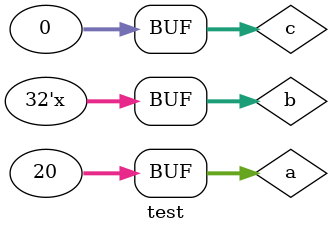
<source format=v>
module test;
integer a,b,c,d;
initial begin
 	a=100;
 	b=200;
 	c<=0;
 	a<=10;
 	b<=20;
 	a<=b; 	
 	b=50;
 	
 	end
 	
 
 initial begin
 #0
 b<=a;
 a<=b;

 a=20;
 
 end
 
 initial $strobe("sim=%0t   ::   a=%0d   b=%0d  c=%0d  d=%0d",$time,a,b,c,d);

 endmodule


// case 2

/*
module test;
integer a,b,c,d;

initial begin
 b<=a;
 a<=b;
 a<=100;
 a=20;
 
 end
 

initial begin
 	a=100;
 	b=200;
 	c<=0;
 	a<=10;
 	b<=20;
 	a<=b; 	
 	b=50;
 	
 	end
 	
 initial $strobe("sim=%0t   ::   a=%0d   b=%0d  c=%0d  d=%0d",$time,a,b,c,d);

 endmodule
 */
 
 // case 3
/* 
module test;
integer a,b,c,d;
initial begin
 	a=100;
 	b=200;
 	c<=0;
 	a<=10;
 	b<=20;
 	a<=b; 	
 	b=50;
 	
 	end
 	
 
 initial begin
 #0
 a=20;
 b<=a;
 a<=b;
 a<=100;

 
 end
 
 initial $strobe("sim=%0t   ::   a=%0d   b=%0d  c=%0d  d=%0d",$time,a,b,c,d);

 endmodule
 */

</source>
